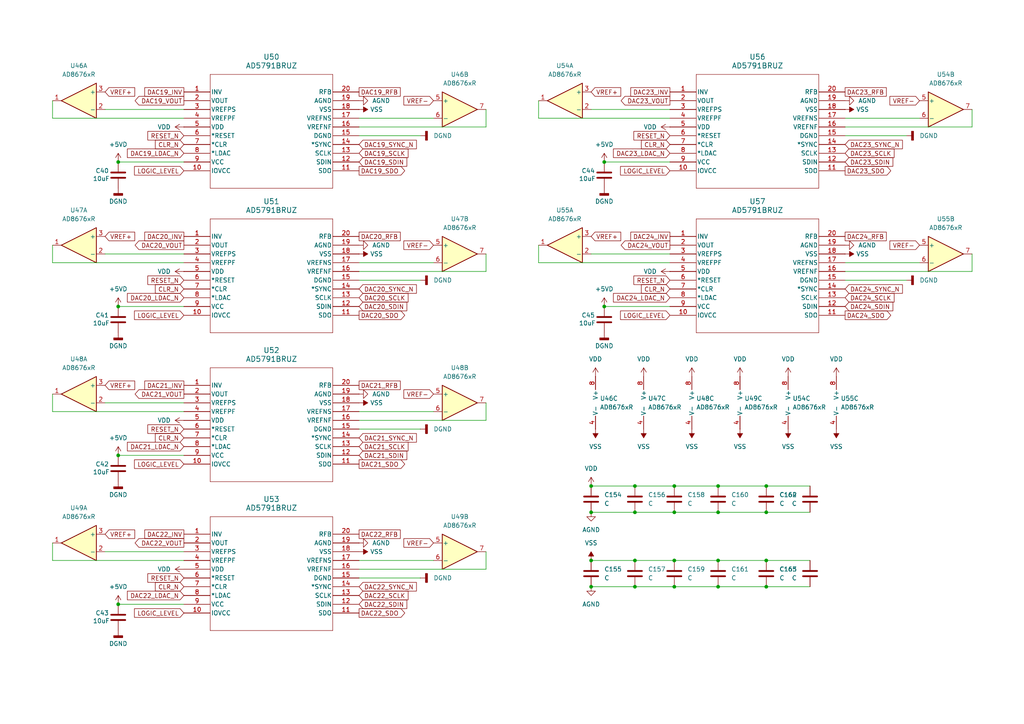
<source format=kicad_sch>
(kicad_sch (version 20250114) (generator "eeschema") (generator_version "9.0")
  (paper "A4")
  (lib_symbols
    (symbol "AD5791BRUZ_1" (pin_names (offset 0.254))
      (property "Reference" "U10" (at 25.4 10.16 0))
      (property "Value" "AD5791BRUZ" (at 25.4 7.62 0))
      (symbol "AD5791BRUZ_1_0_1"
        (polyline (pts (xy 7.62 5.08) (xy 7.62 -27.94)) (stroke (width 0.127)))
        (polyline (pts (xy 7.62 -27.94) (xy 43.18 -27.94)) (stroke (width 0.127)))
        (polyline (pts (xy 43.18 5.08) (xy 7.62 5.08)) (stroke (width 0.127)))
        (polyline (pts (xy 43.18 -27.94) (xy 43.18 5.08)) (stroke (width 0.127)))
        (pin passive line (at 0 0 0) (length 7.62) (name "INV") (number "1"))
        (pin output line (at 0 -2.54 0) (length 7.62) (name "VOUT") (number "2"))
        (pin passive line (at 0 -5.08 0) (length 7.62) (name "VREFPS") (number "3"))
        (pin passive line (at 0 -7.62 0) (length 7.62) (name "VREFPF") (number "4"))
        (pin power_in line (at 0 -10.16 0) (length 7.62) (name "VDD") (number "5"))
        (pin input line (at 0 -12.7 0) (length 7.62) (name "*RESET") (number "6"))
        (pin input line (at 0 -15.24 0) (length 7.62) (name "*CLR") (number "7"))
        (pin input line (at 0 -17.78 0) (length 7.62) (name "*LDAC") (number "8"))
        (pin power_in line (at 0 -20.32 0) (length 7.62) (name "VCC") (number "9"))
        (pin passive line (at 0 -22.86 0) (length 7.62) (name "IOVCC") (number "10"))
        (pin passive line (at 50.8 0 180) (length 7.62) (name "RFB") (number "20"))
        (pin passive line (at 50.8 -2.54 180) (length 7.62) (name "AGND") (number "19"))
        (pin passive line (at 50.8 -5.08 180) (length 7.62) (name "VSS") (number "18"))
        (pin passive line (at 50.8 -7.62 180) (length 7.62) (name "VREFNS") (number "17"))
        (pin passive line (at 50.8 -10.16 180) (length 7.62) (name "VREFNF") (number "16"))
        (pin passive line (at 50.8 -12.7 180) (length 7.62) (name "DGND") (number "15"))
        (pin input line (at 50.8 -15.24 180) (length 7.62) (name "*SYNC") (number "14"))
        (pin input line (at 50.8 -17.78 180) (length 7.62) (name "SCLK") (number "13"))
        (pin input line (at 50.8 -20.32 180) (length 7.62) (name "SDIN") (number "12"))
        (pin output line (at 50.8 -22.86 180) (length 7.62) (name "SDO") (number "11"))
      )
    )
    (symbol "Amplifier_Operational:AD8676xR" (pin_names (offset 0.127))
      (property "Reference" "U" (at 2.54 6.35 0))
      (property "Value" "AD8676xR" (at 2.54 3.81 0))
      (symbol "AD8676xR_1_1"
        (polyline (pts (xy 5.08 0) (xy -5.08 5.08) (xy -5.08 -5.08) (xy 5.08 0)) (stroke (width 0.254)) (fill (type background)))
        (pin input line (at -7.62 2.54 0) (length 2.54) (name "+") (number "3"))
        (pin input line (at -7.62 -2.54 0) (length 2.54) (name "-") (number "2"))
        (pin output line (at 7.62 0 180) (length 2.54) (name "~") (number "1"))
      )
      (symbol "AD8676xR_2_1"
        (polyline (pts (xy 5.08 0) (xy -5.08 5.08) (xy -5.08 -5.08) (xy 5.08 0)) (stroke (width 0.254)) (fill (type background)))
        (pin input line (at -7.62 2.54 0) (length 2.54) (name "+") (number "5"))
        (pin input line (at -7.62 -2.54 0) (length 2.54) (name "-") (number "6"))
        (pin output line (at 7.62 0 180) (length 2.54) (name "~") (number "7"))
      )
      (symbol "AD8676xR_3_1"
        (pin power_in line (at 0 7.62 270) (length 3.81) (name "V+") (number "8"))
        (pin power_in line (at 0 -7.62 90) (length 3.81) (name "V-") (number "4"))
      )
    )
    (symbol "Device:C" (pin_numbers (hide yes)) (pin_names (offset 0.254))
      (property "Reference" "C" (at 0.635 2.54 0))
      (property "Value" "C" (at 0.635 -2.54 0))
      (symbol "C_0_1"
        (polyline (pts (xy -2.032 0.762) (xy 2.032 0.762)) (stroke (width 0.508)))
        (polyline (pts (xy -2.032 -0.762) (xy 2.032 -0.762)) (stroke (width 0.508)))
      )
      (symbol "C_1_1"
        (pin passive line (at 0 3.81 270) (length 2.794) (name "~") (number "1"))
        (pin passive line (at 0 -3.81 90) (length 2.794) (name "~") (number "2"))
      )
    )
    (symbol "power:+5V" (power) (pin_numbers (hide yes)) (pin_names (offset 0) (hide yes))
      (property "Value" "+5V" (at 0 3.556 0))
      (symbol "+5V_0_1"
        (polyline (pts (xy -0.762 1.27) (xy 0 2.54)))
        (polyline (pts (xy 0 2.54) (xy 0.762 1.27)))
        (polyline (pts (xy 0 0) (xy 0 2.54)))
      )
      (symbol "+5V_1_1"
        (pin power_in line (at 0 0 90) (length 0) (name "~") (number "1"))
      )
    )
    (symbol "power:GND" (power) (pin_numbers (hide yes)) (pin_names (offset 0) (hide yes))
      (property "Value" "GND" (at 0 -3.81 0))
      (symbol "GND_0_1"
        (polyline (pts (xy 0 0) (xy 0 -1.27) (xy 1.27 -1.27) (xy 0 -2.54) (xy -1.27 -1.27) (xy 0 -1.27)))
      )
      (symbol "GND_1_1"
        (pin power_in line (at 0 0 270) (length 0) (name "~") (number "1"))
      )
    )
    (symbol "power:GNDD" (power) (pin_numbers (hide yes)) (pin_names (offset 0) (hide yes))
      (property "Value" "GNDD" (at 0 -3.175 0))
      (symbol "GNDD_0_1"
        (rectangle (start -1.27 -1.524) (end 1.27 -2.032) (stroke (width 0.254)) (fill (type outline)))
        (polyline (pts (xy 0 0) (xy 0 -1.524)))
      )
      (symbol "GNDD_1_1"
        (pin power_in line (at 0 0 270) (length 0) (name "~") (number "1"))
      )
    )
    (symbol "power:VDD" (power) (pin_numbers (hide yes)) (pin_names (offset 0) (hide yes))
      (property "Value" "VDD" (at 0 3.556 0))
      (symbol "VDD_0_1"
        (polyline (pts (xy -0.762 1.27) (xy 0 2.54)))
        (polyline (pts (xy 0 2.54) (xy 0.762 1.27)))
        (polyline (pts (xy 0 0) (xy 0 2.54)))
      )
      (symbol "VDD_1_1"
        (pin power_in line (at 0 0 90) (length 0) (name "~") (number "1"))
      )
    )
    (symbol "power:VSS" (power) (pin_numbers (hide yes)) (pin_names (offset 0) (hide yes))
      (property "Value" "VSS" (at 0 3.556 0))
      (symbol "VSS_0_1"
        (polyline (pts (xy 0 0) (xy 0 2.54)))
        (polyline (pts (xy 0.762 1.27) (xy -0.762 1.27) (xy 0 2.54) (xy 0.762 1.27)) (fill (type outline)))
      )
      (symbol "VSS_1_1"
        (pin power_in line (at 0 0 90) (length 0) (name "~") (number "1"))
      )
    )
  )
  (junction (at 34.29 88.9))
  (junction (at 222.25 162.56))
  (junction (at 195.58 148.59))
  (junction (at 208.28 162.56))
  (junction (at 184.15 162.56))
  (junction (at 171.45 162.56))
  (junction (at 171.45 148.59))
  (junction (at 175.26 46.99))
  (junction (at 195.58 140.97))
  (junction (at 195.58 170.18))
  (junction (at 195.58 162.56))
  (junction (at 222.25 148.59))
  (junction (at 184.15 140.97))
  (junction (at 34.29 46.99))
  (junction (at 208.28 170.18))
  (junction (at 222.25 140.97))
  (junction (at 208.28 140.97))
  (junction (at 34.29 175.26))
  (junction (at 184.15 170.18))
  (junction (at 175.26 88.9))
  (junction (at 222.25 170.18))
  (junction (at 208.28 148.59))
  (junction (at 34.29 132.08))
  (junction (at 171.45 170.18))
  (junction (at 184.15 148.59))
  (junction (at 171.45 140.97))
  (wire (pts (xy 30.48 116.84) (xy 53.34 116.84)))
  (wire (pts (xy 121.92 124.46) (xy 104.14 124.46)))
  (wire (pts (xy 245.11 34.29) (xy 266.7 34.29)))
  (wire (pts (xy 175.26 88.9) (xy 194.31 88.9)))
  (wire (pts (xy 104.14 165.1) (xy 140.97 165.1)))
  (wire (pts (xy 15.24 71.12) (xy 15.24 76.2)))
  (wire (pts (xy 15.24 29.21) (xy 15.24 34.29)))
  (wire (pts (xy 140.97 36.83) (xy 140.97 31.75)))
  (wire (pts (xy 15.24 157.48) (xy 15.24 162.56)))
  (wire (pts (xy 175.26 46.99) (xy 194.31 46.99)))
  (wire (pts (xy 222.25 148.59) (xy 234.95 148.59)))
  (wire (pts (xy 104.14 78.74) (xy 140.97 78.74)))
  (wire (pts (xy 281.94 36.83) (xy 281.94 31.75)))
  (wire (pts (xy 222.25 140.97) (xy 234.95 140.97)))
  (wire (pts (xy 262.89 39.37) (xy 245.11 39.37)))
  (wire (pts (xy 30.48 73.66) (xy 53.34 73.66)))
  (wire (pts (xy 15.24 162.56) (xy 53.34 162.56)))
  (wire (pts (xy 140.97 78.74) (xy 140.97 73.66)))
  (wire (pts (xy 281.94 78.74) (xy 281.94 73.66)))
  (wire (pts (xy 15.24 76.2) (xy 53.34 76.2)))
  (wire (pts (xy 208.28 162.56) (xy 222.25 162.56)))
  (wire (pts (xy 156.21 71.12) (xy 156.21 76.2)))
  (wire (pts (xy 156.21 29.21) (xy 156.21 34.29)))
  (wire (pts (xy 15.24 34.29) (xy 53.34 34.29)))
  (wire (pts (xy 30.48 160.02) (xy 53.34 160.02)))
  (wire (pts (xy 245.11 76.2) (xy 266.7 76.2)))
  (wire (pts (xy 171.45 31.75) (xy 194.31 31.75)))
  (wire (pts (xy 184.15 170.18) (xy 195.58 170.18)))
  (wire (pts (xy 171.45 148.59) (xy 184.15 148.59)))
  (wire (pts (xy 208.28 148.59) (xy 222.25 148.59)))
  (wire (pts (xy 195.58 170.18) (xy 208.28 170.18)))
  (wire (pts (xy 104.14 121.92) (xy 140.97 121.92)))
  (wire (pts (xy 121.92 39.37) (xy 104.14 39.37)))
  (wire (pts (xy 156.21 34.29) (xy 194.31 34.29)))
  (wire (pts (xy 104.14 34.29) (xy 125.73 34.29)))
  (wire (pts (xy 34.29 175.26) (xy 53.34 175.26)))
  (wire (pts (xy 222.25 170.18) (xy 234.95 170.18)))
  (wire (pts (xy 34.29 88.9) (xy 53.34 88.9)))
  (wire (pts (xy 104.14 162.56) (xy 125.73 162.56)))
  (wire (pts (xy 245.11 78.74) (xy 281.94 78.74)))
  (wire (pts (xy 208.28 140.97) (xy 222.25 140.97)))
  (wire (pts (xy 262.89 81.28) (xy 245.11 81.28)))
  (wire (pts (xy 104.14 76.2) (xy 125.73 76.2)))
  (wire (pts (xy 184.15 148.59) (xy 195.58 148.59)))
  (wire (pts (xy 15.24 114.3) (xy 15.24 119.38)))
  (wire (pts (xy 171.45 162.56) (xy 184.15 162.56)))
  (wire (pts (xy 104.14 36.83) (xy 140.97 36.83)))
  (wire (pts (xy 195.58 148.59) (xy 208.28 148.59)))
  (wire (pts (xy 104.14 119.38) (xy 125.73 119.38)))
  (wire (pts (xy 222.25 162.56) (xy 234.95 162.56)))
  (wire (pts (xy 171.45 170.18) (xy 184.15 170.18)))
  (wire (pts (xy 34.29 132.08) (xy 53.34 132.08)))
  (wire (pts (xy 171.45 73.66) (xy 194.31 73.66)))
  (wire (pts (xy 140.97 121.92) (xy 140.97 116.84)))
  (wire (pts (xy 15.24 119.38) (xy 53.34 119.38)))
  (wire (pts (xy 121.92 167.64) (xy 104.14 167.64)))
  (wire (pts (xy 34.29 46.99) (xy 53.34 46.99)))
  (wire (pts (xy 184.15 140.97) (xy 195.58 140.97)))
  (wire (pts (xy 195.58 140.97) (xy 208.28 140.97)))
  (wire (pts (xy 208.28 170.18) (xy 222.25 170.18)))
  (wire (pts (xy 171.45 140.97) (xy 184.15 140.97)))
  (wire (pts (xy 156.21 76.2) (xy 194.31 76.2)))
  (wire (pts (xy 30.48 31.75) (xy 53.34 31.75)))
  (wire (pts (xy 184.15 162.56) (xy 195.58 162.56)))
  (wire (pts (xy 121.92 81.28) (xy 104.14 81.28)))
  (wire (pts (xy 140.97 165.1) (xy 140.97 160.02)))
  (wire (pts (xy 245.11 36.83) (xy 281.94 36.83)))
  (wire (pts (xy 195.58 162.56) (xy 208.28 162.56)))
  (global_label "LOGIC_LEVEL" (shape input) (at 53.34 177.8 180) (property "Intersheetrefs" "${INTERSHEET_REFS}" (effects (hide yes))))
  (global_label "LOGIC_LEVEL" (shape input) (at 194.31 49.53 180) (property "Intersheetrefs" "${INTERSHEET_REFS}" (effects (hide yes))))
  (global_label "DAC20_SCLK" (shape input) (at 104.14 86.36 0) (property "Intersheetrefs" "${INTERSHEET_REFS}" (effects (hide yes))))
  (global_label "VREF-" (shape input) (at 125.73 71.12 180) (property "Intersheetrefs" "${INTERSHEET_REFS}" (effects (hide yes))))
  (global_label "DAC24_VOUT" (shape output) (at 194.31 71.12 180) (property "Intersheetrefs" "${INTERSHEET_REFS}" (effects (hide yes))))
  (global_label "RESET_N" (shape input) (at 53.34 39.37 180) (property "Intersheetrefs" "${INTERSHEET_REFS}" (effects (hide yes))))
  (global_label "DAC24_SDIN" (shape input) (at 245.11 88.9 0) (property "Intersheetrefs" "${INTERSHEET_REFS}" (effects (hide yes))))
  (global_label "VREF+" (shape input) (at 30.48 154.94 0) (property "Intersheetrefs" "${INTERSHEET_REFS}" (effects (hide yes))))
  (global_label "DAC22_SCLK" (shape input) (at 104.14 172.72 0) (property "Intersheetrefs" "${INTERSHEET_REFS}" (effects (hide yes))))
  (global_label "DAC23_SDO" (shape output) (at 245.11 49.53 0) (property "Intersheetrefs" "${INTERSHEET_REFS}" (effects (hide yes))))
  (global_label "RESET_N" (shape input) (at 53.34 124.46 180) (property "Intersheetrefs" "${INTERSHEET_REFS}" (effects (hide yes))))
  (global_label "DAC20_LDAC_N" (shape input) (at 53.34 86.36 180) (property "Intersheetrefs" "${INTERSHEET_REFS}" (effects (hide yes))))
  (global_label "DAC22_INV" (shape passive) (at 53.34 154.94 180) (property "Intersheetrefs" "${INTERSHEET_REFS}" (effects (hide yes))))
  (global_label "CLR_N" (shape input) (at 53.34 170.18 180) (property "Intersheetrefs" "${INTERSHEET_REFS}" (effects (hide yes))))
  (global_label "DAC24_SDO" (shape output) (at 245.11 91.44 0) (property "Intersheetrefs" "${INTERSHEET_REFS}" (effects (hide yes))))
  (global_label "VREF+" (shape input) (at 30.48 68.58 0) (property "Intersheetrefs" "${INTERSHEET_REFS}" (effects (hide yes))))
  (global_label "VREF-" (shape input) (at 125.73 157.48 180) (property "Intersheetrefs" "${INTERSHEET_REFS}" (effects (hide yes))))
  (global_label "DAC21_RFB" (shape passive) (at 104.14 111.76 0) (property "Intersheetrefs" "${INTERSHEET_REFS}" (effects (hide yes))))
  (global_label "DAC24_SYNC_N" (shape input) (at 245.11 83.82 0) (property "Intersheetrefs" "${INTERSHEET_REFS}" (effects (hide yes))))
  (global_label "DAC23_SYNC_N" (shape input) (at 245.11 41.91 0) (property "Intersheetrefs" "${INTERSHEET_REFS}" (effects (hide yes))))
  (global_label "DAC23_SCLK" (shape input) (at 245.11 44.45 0) (property "Intersheetrefs" "${INTERSHEET_REFS}" (effects (hide yes))))
  (global_label "VREF-" (shape input) (at 266.7 29.21 180) (property "Intersheetrefs" "${INTERSHEET_REFS}" (effects (hide yes))))
  (global_label "DAC21_INV" (shape passive) (at 53.34 111.76 180) (property "Intersheetrefs" "${INTERSHEET_REFS}" (effects (hide yes))))
  (global_label "CLR_N" (shape input) (at 53.34 127 180) (property "Intersheetrefs" "${INTERSHEET_REFS}" (effects (hide yes))))
  (global_label "VREF+" (shape input) (at 171.45 68.58 0) (property "Intersheetrefs" "${INTERSHEET_REFS}" (effects (hide yes))))
  (global_label "DAC24_LDAC_N" (shape input) (at 194.31 86.36 180) (property "Intersheetrefs" "${INTERSHEET_REFS}" (effects (hide yes))))
  (global_label "DAC23_INV" (shape passive) (at 194.31 26.67 180) (property "Intersheetrefs" "${INTERSHEET_REFS}" (effects (hide yes))))
  (global_label "VREF-" (shape input) (at 125.73 29.21 180) (property "Intersheetrefs" "${INTERSHEET_REFS}" (effects (hide yes))))
  (global_label "DAC19_RFB" (shape passive) (at 104.14 26.67 0) (property "Intersheetrefs" "${INTERSHEET_REFS}" (effects (hide yes))))
  (global_label "DAC22_LDAC_N" (shape input) (at 53.34 172.72 180) (property "Intersheetrefs" "${INTERSHEET_REFS}" (effects (hide yes))))
  (global_label "DAC24_RFB" (shape passive) (at 245.11 68.58 0) (property "Intersheetrefs" "${INTERSHEET_REFS}" (effects (hide yes))))
  (global_label "DAC19_LDAC_N" (shape input) (at 53.34 44.45 180) (property "Intersheetrefs" "${INTERSHEET_REFS}" (effects (hide yes))))
  (global_label "VREF+" (shape input) (at 30.48 26.67 0) (property "Intersheetrefs" "${INTERSHEET_REFS}" (effects (hide yes))))
  (global_label "DAC23_RFB" (shape passive) (at 245.11 26.67 0) (property "Intersheetrefs" "${INTERSHEET_REFS}" (effects (hide yes))))
  (global_label "RESET_N" (shape input) (at 194.31 39.37 180) (property "Intersheetrefs" "${INTERSHEET_REFS}" (effects (hide yes))))
  (global_label "DAC19_SCLK" (shape input) (at 104.14 44.45 0) (property "Intersheetrefs" "${INTERSHEET_REFS}" (effects (hide yes))))
  (global_label "LOGIC_LEVEL" (shape input) (at 53.34 91.44 180) (property "Intersheetrefs" "${INTERSHEET_REFS}" (effects (hide yes))))
  (global_label "DAC19_SYNC_N" (shape input) (at 104.14 41.91 0) (property "Intersheetrefs" "${INTERSHEET_REFS}" (effects (hide yes))))
  (global_label "DAC20_VOUT" (shape output) (at 53.34 71.12 180) (property "Intersheetrefs" "${INTERSHEET_REFS}" (effects (hide yes))))
  (global_label "DAC23_LDAC_N" (shape input) (at 194.31 44.45 180) (property "Intersheetrefs" "${INTERSHEET_REFS}" (effects (hide yes))))
  (global_label "DAC22_SDO" (shape output) (at 104.14 177.8 0) (property "Intersheetrefs" "${INTERSHEET_REFS}" (effects (hide yes))))
  (global_label "DAC24_INV" (shape passive) (at 194.31 68.58 180) (property "Intersheetrefs" "${INTERSHEET_REFS}" (effects (hide yes))))
  (global_label "DAC20_SDO" (shape output) (at 104.14 91.44 0) (property "Intersheetrefs" "${INTERSHEET_REFS}" (effects (hide yes))))
  (global_label "DAC21_SDO" (shape output) (at 104.14 134.62 0) (property "Intersheetrefs" "${INTERSHEET_REFS}" (effects (hide yes))))
  (global_label "DAC20_SDIN" (shape input) (at 104.14 88.9 0) (property "Intersheetrefs" "${INTERSHEET_REFS}" (effects (hide yes))))
  (global_label "LOGIC_LEVEL" (shape input) (at 53.34 49.53 180) (property "Intersheetrefs" "${INTERSHEET_REFS}" (effects (hide yes))))
  (global_label "CLR_N" (shape input) (at 194.31 41.91 180) (property "Intersheetrefs" "${INTERSHEET_REFS}" (effects (hide yes))))
  (global_label "DAC20_INV" (shape passive) (at 53.34 68.58 180) (property "Intersheetrefs" "${INTERSHEET_REFS}" (effects (hide yes))))
  (global_label "DAC19_VOUT" (shape output) (at 53.34 29.21 180) (property "Intersheetrefs" "${INTERSHEET_REFS}" (effects (hide yes))))
  (global_label "CLR_N" (shape input) (at 194.31 83.82 180) (property "Intersheetrefs" "${INTERSHEET_REFS}" (effects (hide yes))))
  (global_label "VREF+" (shape input) (at 30.48 111.76 0) (property "Intersheetrefs" "${INTERSHEET_REFS}" (effects (hide yes))))
  (global_label "DAC23_VOUT" (shape output) (at 194.31 29.21 180) (property "Intersheetrefs" "${INTERSHEET_REFS}" (effects (hide yes))))
  (global_label "RESET_N" (shape input) (at 53.34 167.64 180) (property "Intersheetrefs" "${INTERSHEET_REFS}" (effects (hide yes))))
  (global_label "DAC23_SDIN" (shape input) (at 245.11 46.99 0) (property "Intersheetrefs" "${INTERSHEET_REFS}" (effects (hide yes))))
  (global_label "VREF-" (shape input) (at 125.73 114.3 180) (property "Intersheetrefs" "${INTERSHEET_REFS}" (effects (hide yes))))
  (global_label "DAC21_VOUT" (shape output) (at 53.34 114.3 180) (property "Intersheetrefs" "${INTERSHEET_REFS}" (effects (hide yes))))
  (global_label "CLR_N" (shape input) (at 53.34 83.82 180) (property "Intersheetrefs" "${INTERSHEET_REFS}" (effects (hide yes))))
  (global_label "DAC22_RFB" (shape passive) (at 104.14 154.94 0) (property "Intersheetrefs" "${INTERSHEET_REFS}" (effects (hide yes))))
  (global_label "DAC22_VOUT" (shape output) (at 53.34 157.48 180) (property "Intersheetrefs" "${INTERSHEET_REFS}" (effects (hide yes))))
  (global_label "DAC22_SYNC_N" (shape input) (at 104.14 170.18 0) (property "Intersheetrefs" "${INTERSHEET_REFS}" (effects (hide yes))))
  (global_label "LOGIC_LEVEL" (shape input) (at 194.31 91.44 180) (property "Intersheetrefs" "${INTERSHEET_REFS}" (effects (hide yes))))
  (global_label "DAC21_LDAC_N" (shape input) (at 53.34 129.54 180) (property "Intersheetrefs" "${INTERSHEET_REFS}" (effects (hide yes))))
  (global_label "RESET_N" (shape input) (at 53.34 81.28 180) (property "Intersheetrefs" "${INTERSHEET_REFS}" (effects (hide yes))))
  (global_label "DAC24_SCLK" (shape input) (at 245.11 86.36 0) (property "Intersheetrefs" "${INTERSHEET_REFS}" (effects (hide yes))))
  (global_label "VREF+" (shape input) (at 171.45 26.67 0) (property "Intersheetrefs" "${INTERSHEET_REFS}" (effects (hide yes))))
  (global_label "DAC20_RFB" (shape passive) (at 104.14 68.58 0) (property "Intersheetrefs" "${INTERSHEET_REFS}" (effects (hide yes))))
  (global_label "DAC21_SDIN" (shape input) (at 104.14 132.08 0) (property "Intersheetrefs" "${INTERSHEET_REFS}" (effects (hide yes))))
  (global_label "RESET_N" (shape input) (at 194.31 81.28 180) (property "Intersheetrefs" "${INTERSHEET_REFS}" (effects (hide yes))))
  (global_label "DAC22_SDIN" (shape input) (at 104.14 175.26 0) (property "Intersheetrefs" "${INTERSHEET_REFS}" (effects (hide yes))))
  (global_label "CLR_N" (shape input) (at 53.34 41.91 180) (property "Intersheetrefs" "${INTERSHEET_REFS}" (effects (hide yes))))
  (global_label "DAC19_INV" (shape passive) (at 53.34 26.67 180) (property "Intersheetrefs" "${INTERSHEET_REFS}" (effects (hide yes))))
  (global_label "VREF-" (shape input) (at 266.7 71.12 180) (property "Intersheetrefs" "${INTERSHEET_REFS}" (effects (hide yes))))
  (global_label "DAC19_SDO" (shape output) (at 104.14 49.53 0) (property "Intersheetrefs" "${INTERSHEET_REFS}" (effects (hide yes))))
  (global_label "DAC21_SCLK" (shape input) (at 104.14 129.54 0) (property "Intersheetrefs" "${INTERSHEET_REFS}" (effects (hide yes))))
  (global_label "DAC19_SDIN" (shape input) (at 104.14 46.99 0) (property "Intersheetrefs" "${INTERSHEET_REFS}" (effects (hide yes))))
  (global_label "LOGIC_LEVEL" (shape input) (at 53.34 134.62 180) (property "Intersheetrefs" "${INTERSHEET_REFS}" (effects (hide yes))))
  (global_label "DAC20_SYNC_N" (shape input) (at 104.14 83.82 0) (property "Intersheetrefs" "${INTERSHEET_REFS}" (effects (hide yes))))
  (global_label "DAC21_SYNC_N" (shape input) (at 104.14 127 0) (property "Intersheetrefs" "${INTERSHEET_REFS}" (effects (hide yes))))
  (symbol (lib_id "power:VSS") (at 171.45 162.56 0) (mirror y) (unit 1)
    (property "Reference" "#PWR0524" (effects (hide yes)))
    (property "Value" "VSS" (at 171.45 157.48 0))
    (property "Description" "Power symbol creates a global label with name \"VSS\"" (effects (hide yes)))
  )
  (symbol (lib_id "power:GNDD") (at 121.92 81.28 90) (unit 1)
    (property "Reference" "#PWR0188" (effects (hide yes)))
    (property "Value" "DGND" (at 125.73 81.2799 90) (effects (justify right)))
    (property "Description" "Power symbol creates a global label with name \"GNDD\" , digital ground" (effects (hide yes)))
  )
  (symbol (lib_id "Device:C") (at 222.25 144.78 0) (unit 1)
    (property "Reference" "C162" (at 226.06 143.5099 0) (effects (justify left)))
    (property "Value" "C" (at 226.06 146.0499 0) (effects (justify left)))
    (property "Footprint" "Capacitor_SMD:C_0402_1005Metric_Pad0.74x0.62mm_HandSolder" (effects (hide yes)))
    (property "Description" "Unpolarized capacitor" (effects (hide yes)))
  )
  (symbol (lib_id "Device:C") (at 184.15 144.78 0) (unit 1)
    (property "Reference" "C156" (at 187.96 143.5099 0) (effects (justify left)))
    (property "Value" "C" (at 187.96 146.0499 0) (effects (justify left)))
    (property "Footprint" "Capacitor_SMD:C_0402_1005Metric_Pad0.74x0.62mm_HandSolder" (effects (hide yes)))
    (property "Description" "Unpolarized capacitor" (effects (hide yes)))
  )
  (symbol (lib_id "power:VSS") (at 104.14 73.66 270) (mirror x) (unit 1)
    (property "Reference" "#PWR0187" (effects (hide yes)))
    (property "Value" "VSS" (at 109.22 73.66 90))
    (property "Description" "Power symbol creates a global label with name \"VSS\"" (effects (hide yes)))
  )
  (symbol (lib_id "power:GNDD") (at 121.92 39.37 90) (unit 1)
    (property "Reference" "#PWR0185" (effects (hide yes)))
    (property "Value" "DGND" (at 125.73 39.3699 90) (effects (justify right)))
    (property "Description" "Power symbol creates a global label with name \"GNDD\" , digital ground" (effects (hide yes)))
  )
  (symbol (lib_id "power:VDD") (at 171.45 140.97 0) (unit 1)
    (property "Reference" "#PWR0522" (effects (hide yes)))
    (property "Value" "VDD" (at 171.45 135.89 0))
    (property "Description" "Power symbol creates a global label with name \"VDD\"" (effects (hide yes)))
  )
  (symbol (lib_id "power:+5V") (at 34.29 132.08 0) (unit 1)
    (property "Reference" "#PWR0288" (effects (hide yes)))
    (property "Value" "+5VD" (at 34.29 127 0))
    (property "Description" "Power symbol creates a global label with name \"+5V\"" (effects (hide yes)))
  )
  (symbol (lib_id "Amplifier_Operational:AD8676xR") (at 214.63 116.84 0) (unit 3)
    (property "Reference" "U49" (at 215.9 115.5699 0) (effects (justify left)))
    (property "Value" "AD8676xR" (at 215.9 118.1099 0) (effects (justify left)))
    (property "Footprint" "Package_SO:SOIC-8_3.9x4.9mm_P1.27mm" (effects (hide yes)))
    (property "Datasheet" "https://www.analog.com/media/en/technical-documentation/data-sheets/AD8676.pdf" (effects (hide yes)))
    (property "Description" "Dual operational amplifier, Ultra-precision, 36V, Rail-to-rail output, SOIC-8" (effects (hide yes)))
  )
  (symbol (lib_id "power:VDD") (at 242.57 109.22 0) (unit 1)
    (property "Reference" "#PWR0215" (effects (hide yes)))
    (property "Value" "VDD" (at 242.57 104.14 0))
    (property "Description" "Power symbol creates a global label with name \"VDD\"" (effects (hide yes)))
  )
  (symbol (lib_id "Amplifier_Operational:AD8676xR") (at 274.32 31.75 0) (unit 2)
    (property "Reference" "U54" (at 274.32 21.59 0))
    (property "Value" "AD8676xR" (at 274.32 24.13 0))
    (property "Footprint" "Package_SO:SOIC-8_3.9x4.9mm_P1.27mm" (effects (hide yes)))
    (property "Datasheet" "https://www.analog.com/media/en/technical-documentation/data-sheets/AD8676.pdf" (effects (hide yes)))
    (property "Description" "Dual operational amplifier, Ultra-precision, 36V, Rail-to-rail output, SOIC-8" (effects (hide yes)))
  )
  (symbol (lib_id "power:VSS") (at 245.11 31.75 270) (mirror x) (unit 1)
    (property "Reference" "#PWR0210" (effects (hide yes)))
    (property "Value" "VSS" (at 250.19 31.75 90))
    (property "Description" "Power symbol creates a global label with name \"VSS\"" (effects (hide yes)))
  )
  (symbol (lib_id "Amplifier_Operational:AD8676xR") (at 133.35 160.02 0) (unit 2)
    (property "Reference" "U49" (at 133.35 149.86 0))
    (property "Value" "AD8676xR" (at 133.35 152.4 0))
    (property "Footprint" "Package_SO:SOIC-8_3.9x4.9mm_P1.27mm" (effects (hide yes)))
    (property "Datasheet" "https://www.analog.com/media/en/technical-documentation/data-sheets/AD8676.pdf" (effects (hide yes)))
    (property "Description" "Dual operational amplifier, Ultra-precision, 36V, Rail-to-rail output, SOIC-8" (effects (hide yes)))
  )
  (symbol (lib_id "power:GND") (at 171.45 170.18 0) (unit 1)
    (property "Reference" "#PWR0525" (effects (hide yes)))
    (property "Value" "AGND" (at 171.45 175.26 0))
    (property "Description" "Power symbol creates a global label with name \"GND\" , ground" (effects (hide yes)))
  )
  (symbol (lib_id "Amplifier_Operational:AD8676xR") (at 200.66 116.84 0) (unit 3)
    (property "Reference" "U48" (at 201.93 115.5699 0) (effects (justify left)))
    (property "Value" "AD8676xR" (at 201.93 118.1099 0) (effects (justify left)))
    (property "Footprint" "Package_SO:SOIC-8_3.9x4.9mm_P1.27mm" (effects (hide yes)))
    (property "Datasheet" "https://www.analog.com/media/en/technical-documentation/data-sheets/AD8676.pdf" (effects (hide yes)))
    (property "Description" "Dual operational amplifier, Ultra-precision, 36V, Rail-to-rail output, SOIC-8" (effects (hide yes)))
  )
  (symbol (lib_id "power:GNDD") (at 175.26 96.52 0) (unit 1)
    (property "Reference" "#PWR0196" (effects (hide yes)))
    (property "Value" "DGND" (at 175.26 100.33 0))
    (property "Description" "Power symbol creates a global label with name \"GNDD\" , digital ground" (effects (hide yes)))
  )
  (symbol (lib_id "power:+5V") (at 175.26 46.99 0) (unit 1)
    (property "Reference" "#PWR0291" (effects (hide yes)))
    (property "Value" "+5VD" (at 175.26 41.91 0))
    (property "Description" "Power symbol creates a global label with name \"+5V\"" (effects (hide yes)))
  )
  (symbol (lib_id "Amplifier_Operational:AD8676xR") (at 22.86 71.12 0) (mirror y) (unit 1)
    (property "Reference" "U47" (at 22.86 60.96 0))
    (property "Value" "AD8676xR" (at 22.86 63.5 0))
    (property "Footprint" "Package_SO:SOIC-8_3.9x4.9mm_P1.27mm" (effects (hide yes)))
    (property "Datasheet" "https://www.analog.com/media/en/technical-documentation/data-sheets/AD8676.pdf" (effects (hide yes)))
    (property "Description" "Dual operational amplifier, Ultra-precision, 36V, Rail-to-rail output, SOIC-8" (effects (hide yes)))
  )
  (symbol (lib_id "Amplifier_Operational:AD8676xR") (at 163.83 71.12 0) (mirror y) (unit 1)
    (property "Reference" "U55" (at 163.83 60.96 0))
    (property "Value" "AD8676xR" (at 163.83 63.5 0))
    (property "Footprint" "Package_SO:SOIC-8_3.9x4.9mm_P1.27mm" (effects (hide yes)))
    (property "Datasheet" "https://www.analog.com/media/en/technical-documentation/data-sheets/AD8676.pdf" (effects (hide yes)))
    (property "Description" "Dual operational amplifier, Ultra-precision, 36V, Rail-to-rail output, SOIC-8" (effects (hide yes)))
  )
  (symbol (lib_id "Amplifier_Operational:AD8676xR") (at 133.35 73.66 0) (unit 2)
    (property "Reference" "U47" (at 133.35 63.5 0))
    (property "Value" "AD8676xR" (at 133.35 66.04 0))
    (property "Footprint" "Package_SO:SOIC-8_3.9x4.9mm_P1.27mm" (effects (hide yes)))
    (property "Datasheet" "https://www.analog.com/media/en/technical-documentation/data-sheets/AD8676.pdf" (effects (hide yes)))
    (property "Description" "Dual operational amplifier, Ultra-precision, 36V, Rail-to-rail output, SOIC-8" (effects (hide yes)))
  )
  (symbol (lib_id "power:VSS") (at 172.72 124.46 0) (mirror x) (unit 1)
    (property "Reference" "#PWR0198" (effects (hide yes)))
    (property "Value" "VSS" (at 172.72 129.54 0))
    (property "Description" "Power symbol creates a global label with name \"VSS\"" (effects (hide yes)))
  )
  (symbol (lib_id "Device:C") (at 175.26 92.71 0) (mirror y) (unit 1)
    (property "Reference" "C45" (at 168.656 91.44 0) (effects (justify right)))
    (property "Value" "10uF" (at 167.894 93.726 0) (effects (justify right)))
    (property "Footprint" "Capacitor_SMD:C_0603_1608Metric_Pad1.08x0.95mm_HandSolder" (effects (hide yes)))
    (property "Description" "Unpolarized capacitor" (effects (hide yes)))
  )
  (symbol (lib_id "Amplifier_Operational:AD8676xR") (at 22.86 29.21 0) (mirror y) (unit 1)
    (property "Reference" "U46" (at 22.86 19.05 0))
    (property "Value" "AD8676xR" (at 22.86 21.59 0))
    (property "Footprint" "Package_SO:SOIC-8_3.9x4.9mm_P1.27mm" (effects (hide yes)))
    (property "Datasheet" "https://www.analog.com/media/en/technical-documentation/data-sheets/AD8676.pdf" (effects (hide yes)))
    (property "Description" "Dual operational amplifier, Ultra-precision, 36V, Rail-to-rail output, SOIC-8" (effects (hide yes)))
  )
  (symbol (lib_id "power:VDD") (at 194.31 36.83 90) (unit 1)
    (property "Reference" "#PWR0199" (effects (hide yes)))
    (property "Value" "VDD" (at 190.5 36.8299 90) (effects (justify left)))
    (property "Description" "Power symbol creates a global label with name \"VDD\"" (effects (hide yes)))
  )
  (symbol (lib_id "power:GNDD") (at 121.92 124.46 90) (unit 1)
    (property "Reference" "#PWR0191" (effects (hide yes)))
    (property "Value" "DGND" (at 125.73 124.4599 90) (effects (justify right)))
    (property "Description" "Power symbol creates a global label with name \"GNDD\" , digital ground" (effects (hide yes)))
  )
  (symbol (lib_id "power:VSS") (at 242.57 124.46 0) (mirror x) (unit 1)
    (property "Reference" "#PWR0216" (effects (hide yes)))
    (property "Value" "VSS" (at 242.57 129.54 0))
    (property "Description" "Power symbol creates a global label with name \"VSS\"" (effects (hide yes)))
  )
  (symbol (lib_id "power:GND") (at 104.14 157.48 90) (unit 1)
    (property "Reference" "#PWR0192" (effects (hide yes)))
    (property "Value" "AGND" (at 107.95 157.4799 90) (effects (justify right)))
    (property "Description" "Power symbol creates a global label with name \"GND\" , ground" (effects (hide yes)))
  )
  (symbol (lib_id "power:VSS") (at 228.6 124.46 0) (mirror x) (unit 1)
    (property "Reference" "#PWR0208" (effects (hide yes)))
    (property "Value" "VSS" (at 228.6 129.54 0))
    (property "Description" "Power symbol creates a global label with name \"VSS\"" (effects (hide yes)))
  )
  (symbol (lib_id "power:VDD") (at 53.34 36.83 90) (unit 1)
    (property "Reference" "#PWR0179" (effects (hide yes)))
    (property "Value" "VDD" (at 49.53 36.8299 90) (effects (justify left)))
    (property "Description" "Power symbol creates a global label with name \"VDD\"" (effects (hide yes)))
  )
  (symbol (lib_id "Device:C") (at 171.45 144.78 0) (unit 1)
    (property "Reference" "C154" (at 175.26 143.5099 0) (effects (justify left)))
    (property "Value" "C" (at 175.26 146.0499 0) (effects (justify left)))
    (property "Footprint" "Capacitor_SMD:C_0402_1005Metric_Pad0.74x0.62mm_HandSolder" (effects (hide yes)))
    (property "Description" "Unpolarized capacitor" (effects (hide yes)))
  )
  (symbol (lib_id "power:VDD") (at 53.34 78.74 90) (unit 1)
    (property "Reference" "#PWR0180" (effects (hide yes)))
    (property "Value" "VDD" (at 49.53 78.7399 90) (effects (justify left)))
    (property "Description" "Power symbol creates a global label with name \"VDD\"" (effects (hide yes)))
  )
  (symbol (lib_id "power:VDD") (at 194.31 78.74 90) (unit 1)
    (property "Reference" "#PWR0200" (effects (hide yes)))
    (property "Value" "VDD" (at 190.5 78.7399 90) (effects (justify left)))
    (property "Description" "Power symbol creates a global label with name \"VDD\"" (effects (hide yes)))
  )
  (symbol (lib_id "Device:C") (at 208.28 144.78 0) (unit 1)
    (property "Reference" "C160" (at 212.09 143.5099 0) (effects (justify left)))
    (property "Value" "C" (at 212.09 146.0499 0) (effects (justify left)))
    (property "Footprint" "Capacitor_SMD:C_0402_1005Metric_Pad0.74x0.62mm_HandSolder" (effects (hide yes)))
    (property "Description" "Unpolarized capacitor" (effects (hide yes)))
  )
  (symbol (lib_id "power:VDD") (at 186.69 109.22 0) (unit 1)
    (property "Reference" "#PWR0201" (effects (hide yes)))
    (property "Value" "VDD" (at 186.69 104.14 0))
    (property "Description" "Power symbol creates a global label with name \"VDD\"" (effects (hide yes)))
  )
  (symbol (lib_id "power:GND") (at 104.14 29.21 90) (unit 1)
    (property "Reference" "#PWR0183" (effects (hide yes)))
    (property "Value" "AGND" (at 107.95 29.2099 90) (effects (justify right)))
    (property "Description" "Power symbol creates a global label with name \"GND\" , ground" (effects (hide yes)))
  )
  (symbol (lib_id "power:+5V") (at 34.29 46.99 0) (unit 1)
    (property "Reference" "#PWR0286" (effects (hide yes)))
    (property "Value" "+5VD" (at 34.29 41.91 0))
    (property "Description" "Power symbol creates a global label with name \"+5V\"" (effects (hide yes)))
  )
  (symbol (lib_name "AD5791BRUZ_1") (lib_id "2025-11-19_00-21-39:AD5791BRUZ") (at 53.34 154.94 0) (unit 1)
    (property "Reference" "U53" (at 78.74 144.78 0) (effects (font (size 1.524 1.524))))
    (property "Value" "AD5791BRUZ" (at 78.74 147.32 0) (effects (font (size 1.524 1.524))))
    (property "Footprint" "Package_SO:TSSOP-20_4.4x6.5mm_P0.65mm" (effects (hide yes)))
    (property "Datasheet" "https://www.analog.com/media/en/technical-documentation/data-sheets/AD5791-EP.pdf" (effects (hide yes)))
  )
  (symbol (lib_id "power:VSS") (at 104.14 116.84 270) (mirror x) (unit 1)
    (property "Reference" "#PWR0190" (effects (hide yes)))
    (property "Value" "VSS" (at 109.22 116.84 90))
    (property "Description" "Power symbol creates a global label with name \"VSS\"" (effects (hide yes)))
  )
  (symbol (lib_id "Device:C") (at 234.95 166.37 0) (mirror y) (unit 1)
    (property "Reference" "C165" (at 231.14 165.0999 0) (effects (justify left)))
    (property "Value" "C" (at 231.14 167.6399 0) (effects (justify left)))
    (property "Footprint" "Capacitor_SMD:C_0402_1005Metric_Pad0.74x0.62mm_HandSolder" (effects (hide yes)))
    (property "Description" "Unpolarized capacitor" (effects (hide yes)))
  )
  (symbol (lib_id "power:GNDD") (at 121.92 167.64 90) (unit 1)
    (property "Reference" "#PWR0194" (effects (hide yes)))
    (property "Value" "DGND" (at 125.73 167.6399 90) (effects (justify right)))
    (property "Description" "Power symbol creates a global label with name \"GNDD\" , digital ground" (effects (hide yes)))
  )
  (symbol (lib_id "power:GNDD") (at 34.29 182.88 0) (unit 1)
    (property "Reference" "#PWR0178" (effects (hide yes)))
    (property "Value" "DGND" (at 34.29 186.69 0))
    (property "Description" "Power symbol creates a global label with name \"GNDD\" , digital ground" (effects (hide yes)))
  )
  (symbol (lib_name "AD5791BRUZ_1") (lib_id "2025-11-19_00-21-39:AD5791BRUZ") (at 194.31 68.58 0) (unit 1)
    (property "Reference" "U57" (at 219.71 58.42 0) (effects (font (size 1.524 1.524))))
    (property "Value" "AD5791BRUZ" (at 219.71 60.96 0) (effects (font (size 1.524 1.524))))
    (property "Footprint" "Package_SO:TSSOP-20_4.4x6.5mm_P0.65mm" (effects (hide yes)))
    (property "Datasheet" "https://www.analog.com/media/en/technical-documentation/data-sheets/AD5791-EP.pdf" (effects (hide yes)))
  )
  (symbol (lib_id "power:VDD") (at 53.34 165.1 90) (unit 1)
    (property "Reference" "#PWR0182" (effects (hide yes)))
    (property "Value" "VDD" (at 49.53 165.0999 90) (effects (justify left)))
    (property "Description" "Power symbol creates a global label with name \"VDD\"" (effects (hide yes)))
  )
  (symbol (lib_id "Amplifier_Operational:AD8676xR") (at 22.86 157.48 0) (mirror y) (unit 1)
    (property "Reference" "U49" (at 22.86 147.32 0))
    (property "Value" "AD8676xR" (at 22.86 149.86 0))
    (property "Footprint" "Package_SO:SOIC-8_3.9x4.9mm_P1.27mm" (effects (hide yes)))
    (property "Datasheet" "https://www.analog.com/media/en/technical-documentation/data-sheets/AD8676.pdf" (effects (hide yes)))
    (property "Description" "Dual operational amplifier, Ultra-precision, 36V, Rail-to-rail output, SOIC-8" (effects (hide yes)))
  )
  (symbol (lib_id "power:VDD") (at 228.6 109.22 0) (unit 1)
    (property "Reference" "#PWR0207" (effects (hide yes)))
    (property "Value" "VDD" (at 228.6 104.14 0))
    (property "Description" "Power symbol creates a global label with name \"VDD\"" (effects (hide yes)))
  )
  (symbol (lib_id "power:GNDD") (at 262.89 81.28 90) (unit 1)
    (property "Reference" "#PWR0214" (effects (hide yes)))
    (property "Value" "DGND" (at 266.7 81.2799 90) (effects (justify right)))
    (property "Description" "Power symbol creates a global label with name \"GNDD\" , digital ground" (effects (hide yes)))
  )
  (symbol (lib_name "AD5791BRUZ_1") (lib_id "2025-11-19_00-21-39:AD5791BRUZ") (at 53.34 111.76 0) (unit 1)
    (property "Reference" "U52" (at 78.74 101.6 0) (effects (font (size 1.524 1.524))))
    (property "Value" "AD5791BRUZ" (at 78.74 104.14 0) (effects (font (size 1.524 1.524))))
    (property "Footprint" "Package_SO:TSSOP-20_4.4x6.5mm_P0.65mm" (effects (hide yes)))
    (property "Datasheet" "https://www.analog.com/media/en/technical-documentation/data-sheets/AD5791-EP.pdf" (effects (hide yes)))
  )
  (symbol (lib_id "Device:C") (at 171.45 166.37 0) (unit 1)
    (property "Reference" "C155" (at 175.26 165.0999 0) (effects (justify left)))
    (property "Value" "C" (at 175.26 167.6399 0) (effects (justify left)))
    (property "Footprint" "Capacitor_SMD:C_0402_1005Metric_Pad0.74x0.62mm_HandSolder" (effects (hide yes)))
    (property "Description" "Unpolarized capacitor" (effects (hide yes)))
  )
  (symbol (lib_id "power:VSS") (at 214.63 124.46 0) (mirror x) (unit 1)
    (property "Reference" "#PWR0206" (effects (hide yes)))
    (property "Value" "VSS" (at 214.63 129.54 0))
    (property "Description" "Power symbol creates a global label with name \"VSS\"" (effects (hide yes)))
  )
  (symbol (lib_id "power:GNDD") (at 34.29 54.61 0) (unit 1)
    (property "Reference" "#PWR0175" (effects (hide yes)))
    (property "Value" "DGND" (at 34.29 58.42 0))
    (property "Description" "Power symbol creates a global label with name \"GNDD\" , digital ground" (effects (hide yes)))
  )
  (symbol (lib_id "power:+5V") (at 34.29 175.26 0) (unit 1)
    (property "Reference" "#PWR0289" (effects (hide yes)))
    (property "Value" "+5VD" (at 34.29 170.18 0))
    (property "Description" "Power symbol creates a global label with name \"+5V\"" (effects (hide yes)))
  )
  (symbol (lib_id "Amplifier_Operational:AD8676xR") (at 133.35 116.84 0) (unit 2)
    (property "Reference" "U48" (at 133.35 106.68 0))
    (property "Value" "AD8676xR" (at 133.35 109.22 0))
    (property "Footprint" "Package_SO:SOIC-8_3.9x4.9mm_P1.27mm" (effects (hide yes)))
    (property "Datasheet" "https://www.analog.com/media/en/technical-documentation/data-sheets/AD8676.pdf" (effects (hide yes)))
    (property "Description" "Dual operational amplifier, Ultra-precision, 36V, Rail-to-rail output, SOIC-8" (effects (hide yes)))
  )
  (symbol (lib_id "power:GND") (at 104.14 71.12 90) (unit 1)
    (property "Reference" "#PWR0186" (effects (hide yes)))
    (property "Value" "AGND" (at 107.95 71.1199 90) (effects (justify right)))
    (property "Description" "Power symbol creates a global label with name \"GND\" , ground" (effects (hide yes)))
  )
  (symbol (lib_id "power:VDD") (at 53.34 121.92 90) (unit 1)
    (property "Reference" "#PWR0181" (effects (hide yes)))
    (property "Value" "VDD" (at 49.53 121.9199 90) (effects (justify left)))
    (property "Description" "Power symbol creates a global label with name \"VDD\"" (effects (hide yes)))
  )
  (symbol (lib_id "Amplifier_Operational:AD8676xR") (at 228.6 116.84 0) (unit 3)
    (property "Reference" "U54" (at 229.87 115.5699 0) (effects (justify left)))
    (property "Value" "AD8676xR" (at 229.87 118.1099 0) (effects (justify left)))
    (property "Footprint" "Package_SO:SOIC-8_3.9x4.9mm_P1.27mm" (effects (hide yes)))
    (property "Datasheet" "https://www.analog.com/media/en/technical-documentation/data-sheets/AD8676.pdf" (effects (hide yes)))
    (property "Description" "Dual operational amplifier, Ultra-precision, 36V, Rail-to-rail output, SOIC-8" (effects (hide yes)))
  )
  (symbol (lib_id "Device:C") (at 195.58 144.78 0) (unit 1)
    (property "Reference" "C158" (at 199.39 143.5099 0) (effects (justify left)))
    (property "Value" "C" (at 199.39 146.0499 0) (effects (justify left)))
    (property "Footprint" "Capacitor_SMD:C_0402_1005Metric_Pad0.74x0.62mm_HandSolder" (effects (hide yes)))
    (property "Description" "Unpolarized capacitor" (effects (hide yes)))
  )
  (symbol (lib_id "Device:C") (at 34.29 50.8 0) (mirror y) (unit 1)
    (property "Reference" "C40" (at 27.686 49.53 0) (effects (justify right)))
    (property "Value" "10uF" (at 26.924 51.816 0) (effects (justify right)))
    (property "Footprint" "Capacitor_SMD:C_0603_1608Metric_Pad1.08x0.95mm_HandSolder" (effects (hide yes)))
    (property "Description" "Unpolarized capacitor" (effects (hide yes)))
  )
  (symbol (lib_id "Amplifier_Operational:AD8676xR") (at 186.69 116.84 0) (unit 3)
    (property "Reference" "U47" (at 187.96 115.5699 0) (effects (justify left)))
    (property "Value" "AD8676xR" (at 187.96 118.1099 0) (effects (justify left)))
    (property "Footprint" "Package_SO:SOIC-8_3.9x4.9mm_P1.27mm" (effects (hide yes)))
    (property "Datasheet" "https://www.analog.com/media/en/technical-documentation/data-sheets/AD8676.pdf" (effects (hide yes)))
    (property "Description" "Dual operational amplifier, Ultra-precision, 36V, Rail-to-rail output, SOIC-8" (effects (hide yes)))
  )
  (symbol (lib_id "power:GND") (at 245.11 71.12 90) (unit 1)
    (property "Reference" "#PWR0212" (effects (hide yes)))
    (property "Value" "AGND" (at 248.92 71.1199 90) (effects (justify right)))
    (property "Description" "Power symbol creates a global label with name \"GND\" , ground" (effects (hide yes)))
  )
  (symbol (lib_id "Amplifier_Operational:AD8676xR") (at 163.83 29.21 0) (mirror y) (unit 1)
    (property "Reference" "U54" (at 163.83 19.05 0))
    (property "Value" "AD8676xR" (at 163.83 21.59 0))
    (property "Footprint" "Package_SO:SOIC-8_3.9x4.9mm_P1.27mm" (effects (hide yes)))
    (property "Datasheet" "https://www.analog.com/media/en/technical-documentation/data-sheets/AD8676.pdf" (effects (hide yes)))
    (property "Description" "Dual operational amplifier, Ultra-precision, 36V, Rail-to-rail output, SOIC-8" (effects (hide yes)))
  )
  (symbol (lib_id "power:VSS") (at 245.11 73.66 270) (mirror x) (unit 1)
    (property "Reference" "#PWR0213" (effects (hide yes)))
    (property "Value" "VSS" (at 250.19 73.66 90))
    (property "Description" "Power symbol creates a global label with name \"VSS\"" (effects (hide yes)))
  )
  (symbol (lib_id "Amplifier_Operational:AD8676xR") (at 133.35 31.75 0) (unit 2)
    (property "Reference" "U46" (at 133.35 21.59 0))
    (property "Value" "AD8676xR" (at 133.35 24.13 0))
    (property "Footprint" "Package_SO:SOIC-8_3.9x4.9mm_P1.27mm" (effects (hide yes)))
    (property "Datasheet" "https://www.analog.com/media/en/technical-documentation/data-sheets/AD8676.pdf" (effects (hide yes)))
    (property "Description" "Dual operational amplifier, Ultra-precision, 36V, Rail-to-rail output, SOIC-8" (effects (hide yes)))
  )
  (symbol (lib_id "Amplifier_Operational:AD8676xR") (at 274.32 73.66 0) (unit 2)
    (property "Reference" "U55" (at 274.32 63.5 0))
    (property "Value" "AD8676xR" (at 274.32 66.04 0))
    (property "Footprint" "Package_SO:SOIC-8_3.9x4.9mm_P1.27mm" (effects (hide yes)))
    (property "Datasheet" "https://www.analog.com/media/en/technical-documentation/data-sheets/AD8676.pdf" (effects (hide yes)))
    (property "Description" "Dual operational amplifier, Ultra-precision, 36V, Rail-to-rail output, SOIC-8" (effects (hide yes)))
  )
  (symbol (lib_id "power:GNDD") (at 34.29 96.52 0) (unit 1)
    (property "Reference" "#PWR0176" (effects (hide yes)))
    (property "Value" "DGND" (at 34.29 100.33 0))
    (property "Description" "Power symbol creates a global label with name \"GNDD\" , digital ground" (effects (hide yes)))
  )
  (symbol (lib_id "power:GND") (at 104.14 114.3 90) (unit 1)
    (property "Reference" "#PWR0189" (effects (hide yes)))
    (property "Value" "AGND" (at 107.95 114.2999 90) (effects (justify right)))
    (property "Description" "Power symbol creates a global label with name \"GND\" , ground" (effects (hide yes)))
  )
  (symbol (lib_id "power:GNDD") (at 262.89 39.37 90) (unit 1)
    (property "Reference" "#PWR0211" (effects (hide yes)))
    (property "Value" "DGND" (at 266.7 39.3699 90) (effects (justify right)))
    (property "Description" "Power symbol creates a global label with name \"GNDD\" , digital ground" (effects (hide yes)))
  )
  (symbol (lib_id "power:+5V") (at 34.29 88.9 0) (unit 1)
    (property "Reference" "#PWR0287" (effects (hide yes)))
    (property "Value" "+5VD" (at 34.29 83.82 0))
    (property "Description" "Power symbol creates a global label with name \"+5V\"" (effects (hide yes)))
  )
  (symbol (lib_id "power:VDD") (at 172.72 109.22 0) (unit 1)
    (property "Reference" "#PWR0197" (effects (hide yes)))
    (property "Value" "VDD" (at 172.72 104.14 0))
    (property "Description" "Power symbol creates a global label with name \"VDD\"" (effects (hide yes)))
  )
  (symbol (lib_id "power:GND") (at 171.45 148.59 0) (unit 1)
    (property "Reference" "#PWR0523" (effects (hide yes)))
    (property "Value" "AGND" (at 171.45 153.67 0))
    (property "Description" "Power symbol creates a global label with name \"GND\" , ground" (effects (hide yes)))
  )
  (symbol (lib_id "Amplifier_Operational:AD8676xR") (at 22.86 114.3 0) (mirror y) (unit 1)
    (property "Reference" "U48" (at 22.86 104.14 0))
    (property "Value" "AD8676xR" (at 22.86 106.68 0))
    (property "Footprint" "Package_SO:SOIC-8_3.9x4.9mm_P1.27mm" (effects (hide yes)))
    (property "Datasheet" "https://www.analog.com/media/en/technical-documentation/data-sheets/AD8676.pdf" (effects (hide yes)))
    (property "Description" "Dual operational amplifier, Ultra-precision, 36V, Rail-to-rail output, SOIC-8" (effects (hide yes)))
  )
  (symbol (lib_id "power:VSS") (at 200.66 124.46 0) (mirror x) (unit 1)
    (property "Reference" "#PWR0204" (effects (hide yes)))
    (property "Value" "VSS" (at 200.66 129.54 0))
    (property "Description" "Power symbol creates a global label with name \"VSS\"" (effects (hide yes)))
  )
  (symbol (lib_id "Device:C") (at 175.26 50.8 0) (mirror y) (unit 1)
    (property "Reference" "C44" (at 168.656 49.53 0) (effects (justify right)))
    (property "Value" "10uF" (at 167.894 51.816 0) (effects (justify right)))
    (property "Footprint" "Capacitor_SMD:C_0603_1608Metric_Pad1.08x0.95mm_HandSolder" (effects (hide yes)))
    (property "Description" "Unpolarized capacitor" (effects (hide yes)))
  )
  (symbol (lib_id "Device:C") (at 184.15 166.37 0) (unit 1)
    (property "Reference" "C157" (at 187.96 165.0999 0) (effects (justify left)))
    (property "Value" "C" (at 187.96 167.6399 0) (effects (justify left)))
    (property "Footprint" "Capacitor_SMD:C_0402_1005Metric_Pad0.74x0.62mm_HandSolder" (effects (hide yes)))
    (property "Description" "Unpolarized capacitor" (effects (hide yes)))
  )
  (symbol (lib_id "Device:C") (at 34.29 135.89 0) (mirror y) (unit 1)
    (property "Reference" "C42" (at 27.686 134.62 0) (effects (justify right)))
    (property "Value" "10uF" (at 26.924 136.906 0) (effects (justify right)))
    (property "Footprint" "Capacitor_SMD:C_0603_1608Metric_Pad1.08x0.95mm_HandSolder" (effects (hide yes)))
    (property "Description" "Unpolarized capacitor" (effects (hide yes)))
  )
  (symbol (lib_id "Device:C") (at 222.25 166.37 0) (unit 1)
    (property "Reference" "C163" (at 226.06 165.0999 0) (effects (justify left)))
    (property "Value" "C" (at 226.06 167.6399 0) (effects (justify left)))
    (property "Footprint" "Capacitor_SMD:C_0402_1005Metric_Pad0.74x0.62mm_HandSolder" (effects (hide yes)))
    (property "Description" "Unpolarized capacitor" (effects (hide yes)))
  )
  (symbol (lib_id "Device:C") (at 208.28 166.37 0) (unit 1)
    (property "Reference" "C161" (at 212.09 165.0999 0) (effects (justify left)))
    (property "Value" "C" (at 212.09 167.6399 0) (effects (justify left)))
    (property "Footprint" "Capacitor_SMD:C_0402_1005Metric_Pad0.74x0.62mm_HandSolder" (effects (hide yes)))
    (property "Description" "Unpolarized capacitor" (effects (hide yes)))
  )
  (symbol (lib_id "Device:C") (at 34.29 179.07 0) (mirror y) (unit 1)
    (property "Reference" "C43" (at 27.686 177.8 0) (effects (justify right)))
    (property "Value" "10uF" (at 26.924 180.086 0) (effects (justify right)))
    (property "Footprint" "Capacitor_SMD:C_0603_1608Metric_Pad1.08x0.95mm_HandSolder" (effects (hide yes)))
    (property "Description" "Unpolarized capacitor" (effects (hide yes)))
  )
  (symbol (lib_id "Device:C") (at 34.29 92.71 0) (mirror y) (unit 1)
    (property "Reference" "C41" (at 27.686 91.44 0) (effects (justify right)))
    (property "Value" "10uF" (at 26.924 93.726 0) (effects (justify right)))
    (property "Footprint" "Capacitor_SMD:C_0603_1608Metric_Pad1.08x0.95mm_HandSolder" (effects (hide yes)))
    (property "Description" "Unpolarized capacitor" (effects (hide yes)))
  )
  (symbol (lib_id "Device:C") (at 234.95 144.78 0) (mirror y) (unit 1)
    (property "Reference" "C164" (at 231.14 143.5099 0) (effects (justify left)))
    (property "Value" "C" (at 231.14 146.0499 0) (effects (justify left)))
    (property "Footprint" "Capacitor_SMD:C_0402_1005Metric_Pad0.74x0.62mm_HandSolder" (effects (hide yes)))
    (property "Description" "Unpolarized capacitor" (effects (hide yes)))
  )
  (symbol (lib_id "Amplifier_Operational:AD8676xR") (at 172.72 116.84 0) (unit 3)
    (property "Reference" "U46" (at 173.99 115.5699 0) (effects (justify left)))
    (property "Value" "AD8676xR" (at 173.99 118.1099 0) (effects (justify left)))
    (property "Footprint" "Package_SO:SOIC-8_3.9x4.9mm_P1.27mm" (effects (hide yes)))
    (property "Datasheet" "https://www.analog.com/media/en/technical-documentation/data-sheets/AD8676.pdf" (effects (hide yes)))
    (property "Description" "Dual operational amplifier, Ultra-precision, 36V, Rail-to-rail output, SOIC-8" (effects (hide yes)))
  )
  (symbol (lib_name "AD5791BRUZ_1") (lib_id "2025-11-19_00-21-39:AD5791BRUZ") (at 194.31 26.67 0) (unit 1)
    (property "Reference" "U56" (at 219.71 16.51 0) (effects (font (size 1.524 1.524))))
    (property "Value" "AD5791BRUZ" (at 219.71 19.05 0) (effects (font (size 1.524 1.524))))
    (property "Footprint" "Package_SO:TSSOP-20_4.4x6.5mm_P0.65mm" (effects (hide yes)))
    (property "Datasheet" "https://www.analog.com/media/en/technical-documentation/data-sheets/AD5791-EP.pdf" (effects (hide yes)))
  )
  (symbol (lib_id "power:VSS") (at 186.69 124.46 0) (mirror x) (unit 1)
    (property "Reference" "#PWR0202" (effects (hide yes)))
    (property "Value" "VSS" (at 186.69 129.54 0))
    (property "Description" "Power symbol creates a global label with name \"VSS\"" (effects (hide yes)))
  )
  (symbol (lib_id "Device:C") (at 195.58 166.37 0) (unit 1)
    (property "Reference" "C159" (at 199.39 165.0999 0) (effects (justify left)))
    (property "Value" "C" (at 199.39 167.6399 0) (effects (justify left)))
    (property "Footprint" "Capacitor_SMD:C_0402_1005Metric_Pad0.74x0.62mm_HandSolder" (effects (hide yes)))
    (property "Description" "Unpolarized capacitor" (effects (hide yes)))
  )
  (symbol (lib_id "power:GND") (at 245.11 29.21 90) (unit 1)
    (property "Reference" "#PWR0209" (effects (hide yes)))
    (property "Value" "AGND" (at 248.92 29.2099 90) (effects (justify right)))
    (property "Description" "Power symbol creates a global label with name \"GND\" , ground" (effects (hide yes)))
  )
  (symbol (lib_name "AD5791BRUZ_1") (lib_id "2025-11-19_00-21-39:AD5791BRUZ") (at 53.34 68.58 0) (unit 1)
    (property "Reference" "U51" (at 78.74 58.42 0) (effects (font (size 1.524 1.524))))
    (property "Value" "AD5791BRUZ" (at 78.74 60.96 0) (effects (font (size 1.524 1.524))))
    (property "Footprint" "Package_SO:TSSOP-20_4.4x6.5mm_P0.65mm" (effects (hide yes)))
    (property "Datasheet" "https://www.analog.com/media/en/technical-documentation/data-sheets/AD5791-EP.pdf" (effects (hide yes)))
  )
  (symbol (lib_id "power:VDD") (at 200.66 109.22 0) (unit 1)
    (property "Reference" "#PWR0203" (effects (hide yes)))
    (property "Value" "VDD" (at 200.66 104.14 0))
    (property "Description" "Power symbol creates a global label with name \"VDD\"" (effects (hide yes)))
  )
  (symbol (lib_id "power:GNDD") (at 175.26 54.61 0) (unit 1)
    (property "Reference" "#PWR0195" (effects (hide yes)))
    (property "Value" "DGND" (at 175.26 58.42 0))
    (property "Description" "Power symbol creates a global label with name \"GNDD\" , digital ground" (effects (hide yes)))
  )
  (symbol (lib_id "Amplifier_Operational:AD8676xR") (at 242.57 116.84 0) (unit 3)
    (property "Reference" "U55" (at 243.84 115.5699 0) (effects (justify left)))
    (property "Value" "AD8676xR" (at 243.84 118.1099 0) (effects (justify left)))
    (property "Footprint" "Package_SO:SOIC-8_3.9x4.9mm_P1.27mm" (effects (hide yes)))
    (property "Datasheet" "https://www.analog.com/media/en/technical-documentation/data-sheets/AD8676.pdf" (effects (hide yes)))
    (property "Description" "Dual operational amplifier, Ultra-precision, 36V, Rail-to-rail output, SOIC-8" (effects (hide yes)))
  )
  (symbol (lib_name "AD5791BRUZ_1") (lib_id "2025-11-19_00-21-39:AD5791BRUZ") (at 53.34 26.67 0) (unit 1)
    (property "Reference" "U50" (at 78.74 16.51 0) (effects (font (size 1.524 1.524))))
    (property "Value" "AD5791BRUZ" (at 78.74 19.05 0) (effects (font (size 1.524 1.524))))
    (property "Footprint" "Package_SO:TSSOP-20_4.4x6.5mm_P0.65mm" (effects (hide yes)))
    (property "Datasheet" "https://www.analog.com/media/en/technical-documentation/data-sheets/AD5791-EP.pdf" (effects (hide yes)))
  )
  (symbol (lib_id "power:VSS") (at 104.14 160.02 270) (mirror x) (unit 1)
    (property "Reference" "#PWR0193" (effects (hide yes)))
    (property "Value" "VSS" (at 109.22 160.02 90))
    (property "Description" "Power symbol creates a global label with name \"VSS\"" (effects (hide yes)))
  )
  (symbol (lib_id "power:VSS") (at 104.14 31.75 270) (mirror x) (unit 1)
    (property "Reference" "#PWR0184" (effects (hide yes)))
    (property "Value" "VSS" (at 109.22 31.75 90))
    (property "Description" "Power symbol creates a global label with name \"VSS\"" (effects (hide yes)))
  )
  (symbol (lib_id "power:+5V") (at 175.26 88.9 0) (unit 1)
    (property "Reference" "#PWR0290" (effects (hide yes)))
    (property "Value" "+5VD" (at 175.26 83.82 0))
    (property "Description" "Power symbol creates a global label with name \"+5V\"" (effects (hide yes)))
  )
  (symbol (lib_id "power:VDD") (at 214.63 109.22 0) (unit 1)
    (property "Reference" "#PWR0205" (effects (hide yes)))
    (property "Value" "VDD" (at 214.63 104.14 0))
    (property "Description" "Power symbol creates a global label with name \"VDD\"" (effects (hide yes)))
  )
  (symbol (lib_id "power:GNDD") (at 34.29 139.7 0) (unit 1)
    (property "Reference" "#PWR0177" (effects (hide yes)))
    (property "Value" "DGND" (at 34.29 143.51 0))
    (property "Description" "Power symbol creates a global label with name \"GNDD\" , digital ground" (effects (hide yes)))
  )
)
</source>
